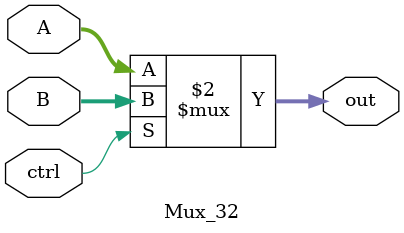
<source format=v>
`ifndef MODULE_MUX_32
`define MODULE_MUX_32
`timescale 1ns / 1ps


module Mux_32(A, B, ctrl, out);
    input [31:0] A;
    input [31:0] B;
    input ctrl; 
    output [31:0] out; 
    assign out = (ctrl == 1'b0) ? A: B;
endmodule
`endif
</source>
